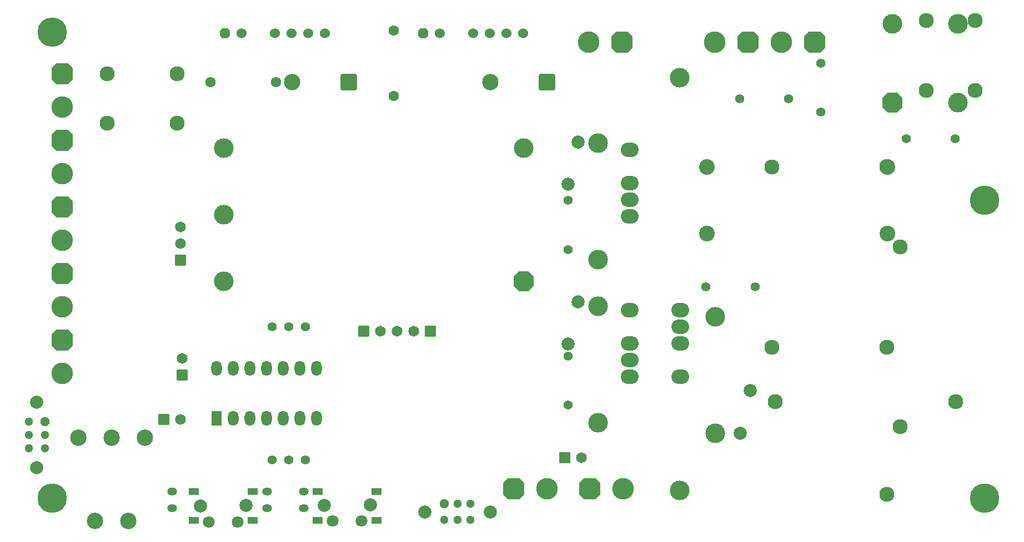
<source format=gbr>
%TF.GenerationSoftware,Altium Limited,Altium Designer,21.3.2 (30)*%
G04 Layer_Color=255*
%FSLAX26Y26*%
%MOIN*%
%TF.SameCoordinates,53465ED1-0DC7-484A-8DCD-68ECABD516C6*%
%TF.FilePolarity,Positive*%
%TF.FileFunction,Pads,Top*%
%TF.Part,Single*%
G01*
G75*
%TA.AperFunction,SMDPad,CuDef*%
%ADD10R,0.060000X0.040000*%
%TA.AperFunction,ComponentPad*%
G04:AMPARAMS|DCode=21|XSize=51.181mil|YSize=51.181mil|CornerRadius=0mil|HoleSize=0mil|Usage=FLASHONLY|Rotation=0.000|XOffset=0mil|YOffset=0mil|HoleType=Round|Shape=Octagon|*
%AMOCTAGOND21*
4,1,8,0.025591,-0.012795,0.025591,0.012795,0.012795,0.025591,-0.012795,0.025591,-0.025591,0.012795,-0.025591,-0.012795,-0.012795,-0.025591,0.012795,-0.025591,0.025591,-0.012795,0.0*
%
%ADD21OCTAGOND21*%

%ADD22C,0.051181*%
%ADD23C,0.078740*%
G04:AMPARAMS|DCode=24|XSize=51.181mil|YSize=51.181mil|CornerRadius=0mil|HoleSize=0mil|Usage=FLASHONLY|Rotation=270.000|XOffset=0mil|YOffset=0mil|HoleType=Round|Shape=Octagon|*
%AMOCTAGOND24*
4,1,8,-0.012795,-0.025591,0.012795,-0.025591,0.025591,-0.012795,0.025591,0.012795,0.012795,0.025591,-0.012795,0.025591,-0.025591,0.012795,-0.025591,-0.012795,-0.012795,-0.025591,0.0*
%
%ADD24OCTAGOND24*%

%ADD25C,0.055118*%
%ADD26C,0.118110*%
%ADD27C,0.129921*%
G04:AMPARAMS|DCode=28|XSize=129.921mil|YSize=129.921mil|CornerRadius=0mil|HoleSize=0mil|Usage=FLASHONLY|Rotation=0.000|XOffset=0mil|YOffset=0mil|HoleType=Round|Shape=Octagon|*
%AMOCTAGOND28*
4,1,8,0.064961,-0.032480,0.064961,0.032480,0.032480,0.064961,-0.032480,0.064961,-0.064961,0.032480,-0.064961,-0.032480,-0.032480,-0.064961,0.032480,-0.064961,0.064961,-0.032480,0.0*
%
%ADD28OCTAGOND28*%

%ADD29O,0.106299X0.088189*%
%ADD30C,0.090551*%
%ADD31C,0.070866*%
%ADD32C,0.060000*%
G04:AMPARAMS|DCode=33|XSize=60mil|YSize=60mil|CornerRadius=0mil|HoleSize=0mil|Usage=FLASHONLY|Rotation=0.000|XOffset=0mil|YOffset=0mil|HoleType=Round|Shape=Octagon|*
%AMOCTAGOND33*
4,1,8,0.030000,-0.015000,0.030000,0.015000,0.015000,0.030000,-0.015000,0.030000,-0.030000,0.015000,-0.030000,-0.015000,-0.015000,-0.030000,0.015000,-0.030000,0.030000,-0.015000,0.0*
%
%ADD33OCTAGOND33*%

%ADD34C,0.065000*%
G04:AMPARAMS|DCode=35|XSize=65mil|YSize=65mil|CornerRadius=3.25mil|HoleSize=0mil|Usage=FLASHONLY|Rotation=180.000|XOffset=0mil|YOffset=0mil|HoleType=Round|Shape=RoundedRectangle|*
%AMROUNDEDRECTD35*
21,1,0.065000,0.058500,0,0,180.0*
21,1,0.058500,0.065000,0,0,180.0*
1,1,0.006500,-0.029250,0.029250*
1,1,0.006500,0.029250,0.029250*
1,1,0.006500,0.029250,-0.029250*
1,1,0.006500,-0.029250,-0.029250*
%
%ADD35ROUNDEDRECTD35*%
G04:AMPARAMS|DCode=36|XSize=118.11mil|YSize=118.11mil|CornerRadius=0mil|HoleSize=0mil|Usage=FLASHONLY|Rotation=270.000|XOffset=0mil|YOffset=0mil|HoleType=Round|Shape=Octagon|*
%AMOCTAGOND36*
4,1,8,-0.029527,-0.059055,0.029527,-0.059055,0.059055,-0.029528,0.059055,0.029528,0.029527,0.059055,-0.029527,0.059055,-0.059055,0.029528,-0.059055,-0.029528,-0.029527,-0.059055,0.0*
%
%ADD36OCTAGOND36*%

G04:AMPARAMS|DCode=37|XSize=65mil|YSize=65mil|CornerRadius=3.25mil|HoleSize=0mil|Usage=FLASHONLY|Rotation=90.000|XOffset=0mil|YOffset=0mil|HoleType=Round|Shape=RoundedRectangle|*
%AMROUNDEDRECTD37*
21,1,0.065000,0.058500,0,0,90.0*
21,1,0.058500,0.065000,0,0,90.0*
1,1,0.006500,0.029250,0.029250*
1,1,0.006500,0.029250,-0.029250*
1,1,0.006500,-0.029250,-0.029250*
1,1,0.006500,-0.029250,0.029250*
%
%ADD37ROUNDEDRECTD37*%
%ADD38C,0.098425*%
G04:AMPARAMS|DCode=39|XSize=98.425mil|YSize=98.425mil|CornerRadius=9.842mil|HoleSize=0mil|Usage=FLASHONLY|Rotation=0.000|XOffset=0mil|YOffset=0mil|HoleType=Round|Shape=RoundedRectangle|*
%AMROUNDEDRECTD39*
21,1,0.098425,0.078740,0,0,0.0*
21,1,0.078740,0.098425,0,0,0.0*
1,1,0.019685,0.039370,-0.039370*
1,1,0.019685,-0.039370,-0.039370*
1,1,0.019685,-0.039370,0.039370*
1,1,0.019685,0.039370,0.039370*
%
%ADD39ROUNDEDRECTD39*%
%ADD40C,0.062992*%
G04:AMPARAMS|DCode=41|XSize=118.11mil|YSize=118.11mil|CornerRadius=0mil|HoleSize=0mil|Usage=FLASHONLY|Rotation=180.000|XOffset=0mil|YOffset=0mil|HoleType=Round|Shape=Octagon|*
%AMOCTAGOND41*
4,1,8,-0.059055,0.029527,-0.059055,-0.029527,-0.029528,-0.059055,0.029528,-0.059055,0.059055,-0.029527,0.059055,0.029527,0.029528,0.059055,-0.029528,0.059055,-0.059055,0.029527,0.0*
%
%ADD41OCTAGOND41*%

G04:AMPARAMS|DCode=42|XSize=129.921mil|YSize=129.921mil|CornerRadius=0mil|HoleSize=0mil|Usage=FLASHONLY|Rotation=270.000|XOffset=0mil|YOffset=0mil|HoleType=Round|Shape=Octagon|*
%AMOCTAGOND42*
4,1,8,-0.032480,-0.064961,0.032480,-0.064961,0.064961,-0.032480,0.064961,0.032480,0.032480,0.064961,-0.032480,0.064961,-0.064961,0.032480,-0.064961,-0.032480,-0.032480,-0.064961,0.0*
%
%ADD42OCTAGOND42*%

%ADD43C,0.094488*%
%ADD44O,0.059055X0.047244*%
%ADD45O,0.064000X0.090000*%
%ADD46R,0.064000X0.090000*%
%TA.AperFunction,WasherPad*%
%ADD47C,0.177165*%
%TA.AperFunction,ViaPad*%
%ADD48C,0.118110*%
D10*
X2397835Y1867500D02*
D03*
Y2042500D02*
D03*
X2752165Y1867500D02*
D03*
Y2042500D02*
D03*
X3142835Y1867500D02*
D03*
Y2042500D02*
D03*
X3497165Y1867500D02*
D03*
Y2042500D02*
D03*
D21*
X3902520Y1968425D02*
D03*
D22*
X1505906Y2303150D02*
D03*
Y2381890D02*
D03*
X1407480D02*
D03*
Y2460630D02*
D03*
Y2303150D02*
D03*
X3902520Y1870000D02*
D03*
X3981260D02*
D03*
X4060000D02*
D03*
Y1968425D02*
D03*
X3981260D02*
D03*
D23*
X1456693Y2185039D02*
D03*
Y2578740D02*
D03*
X2437205Y1953740D02*
D03*
X2712795Y1957677D02*
D03*
X3182205Y1958740D02*
D03*
X3457795Y1962677D02*
D03*
X3784410Y1919213D02*
D03*
X4178110D02*
D03*
X4645472Y2927047D02*
D03*
X4704528Y3182953D02*
D03*
X4645472Y3887047D02*
D03*
X4704528Y4142953D02*
D03*
X5739528Y2647953D02*
D03*
X5680472Y2392047D02*
D03*
D24*
X1505906Y2460630D02*
D03*
D25*
X2870000Y2230000D02*
D03*
X2970000D02*
D03*
X3070000D02*
D03*
Y3030000D02*
D03*
X2970000D02*
D03*
X2870000D02*
D03*
X4645000Y2560000D02*
D03*
Y2855276D02*
D03*
Y3495000D02*
D03*
Y3790276D02*
D03*
X5472362Y3270000D02*
D03*
X5767638D02*
D03*
X6674724Y4160000D02*
D03*
X6970000D02*
D03*
X6161417Y4616142D02*
D03*
X5969488Y4400000D02*
D03*
X6161417Y4320866D02*
D03*
X5674213Y4400000D02*
D03*
D26*
X2580000Y3305000D02*
D03*
Y3705000D02*
D03*
Y4105000D02*
D03*
X4380000D02*
D03*
X4825000Y4135000D02*
D03*
Y3435000D02*
D03*
Y3155000D02*
D03*
Y2455000D02*
D03*
X5530000Y2390000D02*
D03*
Y3090000D02*
D03*
X6985000Y4377559D02*
D03*
Y4850000D02*
D03*
X6591299D02*
D03*
D27*
X1607480Y2750000D02*
D03*
Y3150000D02*
D03*
Y3550000D02*
D03*
Y3950000D02*
D03*
Y4350000D02*
D03*
X4520000Y2057481D02*
D03*
X4975000D02*
D03*
X5925000Y4742520D02*
D03*
X5525000D02*
D03*
X4770000D02*
D03*
D28*
X4320000Y2057481D02*
D03*
X4775000D02*
D03*
X6125000Y4742520D02*
D03*
X5725000D02*
D03*
X4970000D02*
D03*
D29*
X5015000Y2730000D02*
D03*
Y2830000D02*
D03*
Y2930000D02*
D03*
Y3130000D02*
D03*
X5320000Y2730000D02*
D03*
Y2930000D02*
D03*
Y3030000D02*
D03*
Y3130000D02*
D03*
X5015000Y3695000D02*
D03*
Y3795000D02*
D03*
Y3895000D02*
D03*
Y4095000D02*
D03*
D30*
X2300000Y4254724D02*
D03*
Y4550000D02*
D03*
X1878740D02*
D03*
Y4254724D02*
D03*
X5888661Y2580000D02*
D03*
X5870000Y2907323D02*
D03*
X6560000Y2908661D02*
D03*
X6640000Y2430000D02*
D03*
X6971339Y2580000D02*
D03*
X6560000Y2025748D02*
D03*
X6640000Y3512677D02*
D03*
X6560000Y3991339D02*
D03*
Y3994252D02*
D03*
X6794724Y4450000D02*
D03*
X7090000D02*
D03*
Y4871260D02*
D03*
X6794724D02*
D03*
X5870000Y3990000D02*
D03*
D31*
X2488386Y1859252D02*
D03*
X2661614D02*
D03*
X3233386Y1864252D02*
D03*
X3406614D02*
D03*
D32*
X4375000Y4795000D02*
D03*
X4275000D02*
D03*
X4175000D02*
D03*
X4075000D02*
D03*
X3875000D02*
D03*
X3185000D02*
D03*
X3085000D02*
D03*
X2985000D02*
D03*
X2885000D02*
D03*
X2685000D02*
D03*
D33*
X3775000Y4795000D02*
D03*
X2585000D02*
D03*
D34*
X2320000Y2475000D02*
D03*
X2330000Y2840000D02*
D03*
X2320000Y3530000D02*
D03*
Y3630000D02*
D03*
X3520000Y3003740D02*
D03*
X3620000D02*
D03*
X3720000D02*
D03*
X4725984Y2244095D02*
D03*
D35*
X2220000Y2475000D02*
D03*
X3420000Y3003740D02*
D03*
X3820000D02*
D03*
X4625984Y2244095D02*
D03*
D36*
X6591299Y4377559D02*
D03*
D37*
X2330000Y2740000D02*
D03*
X2320000Y3430000D02*
D03*
D38*
X1805000Y1865000D02*
D03*
X2005000D02*
D03*
X2105000Y2365000D02*
D03*
X1905000D02*
D03*
X1705000D02*
D03*
X2990000Y4500000D02*
D03*
X4180000D02*
D03*
D39*
X4520000Y4500000D02*
D03*
X3330000D02*
D03*
D40*
X3600000Y4418150D02*
D03*
Y4811850D02*
D03*
X2891850Y4500000D02*
D03*
X2498150D02*
D03*
D41*
X4380000Y3305000D02*
D03*
D42*
X1607480Y2950000D02*
D03*
Y3350000D02*
D03*
Y3750000D02*
D03*
Y4150000D02*
D03*
Y4550000D02*
D03*
D43*
X5480000Y3590000D02*
D03*
Y3991575D02*
D03*
X6562677Y3590000D02*
D03*
Y3991575D02*
D03*
D44*
X2270000Y1940000D02*
D03*
Y2040000D02*
D03*
X2840000D02*
D03*
Y1940000D02*
D03*
X3060000D02*
D03*
Y2040000D02*
D03*
D45*
X2636535Y2480000D02*
D03*
X2736535D02*
D03*
X2836535D02*
D03*
X2936535D02*
D03*
X3036535D02*
D03*
X3136535D02*
D03*
Y2780000D02*
D03*
X3036535D02*
D03*
X2936535D02*
D03*
X2836535D02*
D03*
X2736535D02*
D03*
X2636535D02*
D03*
X2536535D02*
D03*
D46*
X2536535Y2480000D02*
D03*
D47*
X1550000Y2000000D02*
D03*
Y4800000D02*
D03*
X7146850Y2000000D02*
D03*
Y3790000D02*
D03*
D48*
X5314961Y2047244D02*
D03*
Y4527559D02*
D03*
%TF.MD5,0a37d214cebeaff994637e5afd10aae6*%
M02*

</source>
